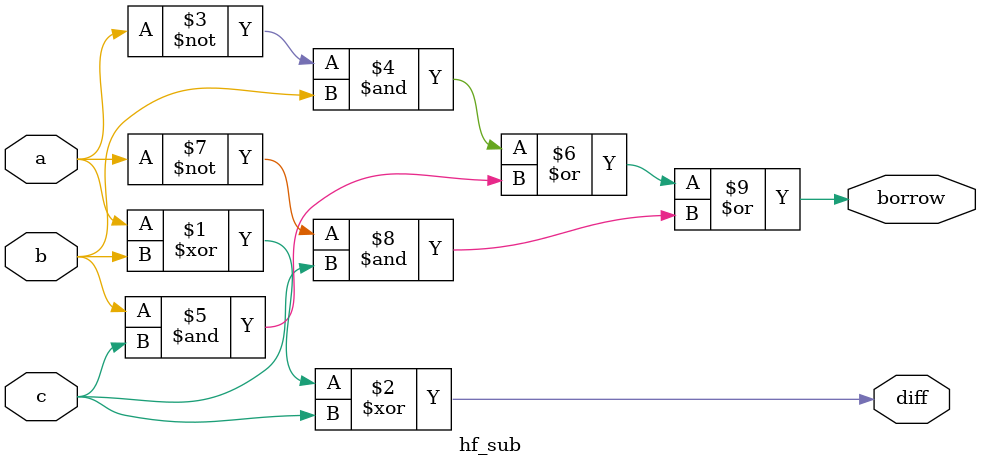
<source format=sv>
`timescale 1ns/1ns
module hf_sub(diff,borrow,a,b,c);
  input a,b,c;
  output diff,borrow;
  assign diff = a^b^c;
  assign borrow= ~a&b|b&c|~a&c;
endmodule

  
</source>
